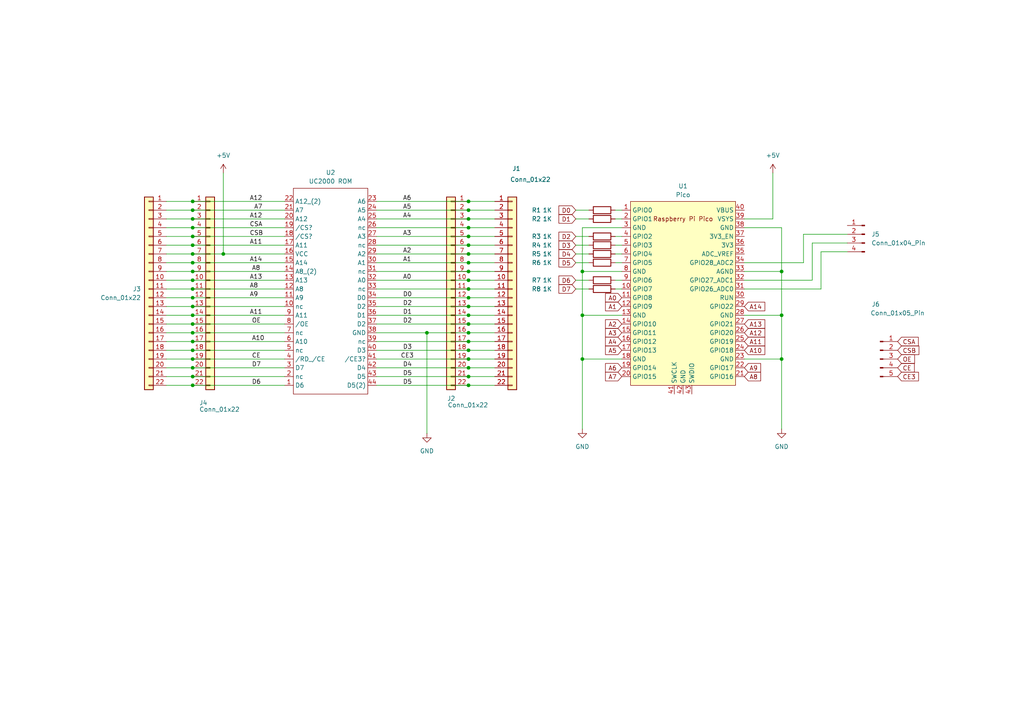
<source format=kicad_sch>
(kicad_sch (version 20250114) (generator "eeschema") (generator_version "9.0")
  (paper "A4")
  (lib_symbols
    (symbol "Connector:Conn_01x04_Pin" (pin_names (offset 1.016) (hide yes))
      (property "Reference" "J" (at 0 5.08 0))
      (property "Value" "Conn_01x04_Pin" (at 0 -7.62 0))
      (symbol "Conn_01x04_Pin_1_1"
        (rectangle (start 0.8636 2.667) (end 0 2.413) (stroke (width 0.1524)) (fill (type outline)))
        (rectangle (start 0.8636 0.127) (end 0 -0.127) (stroke (width 0.1524)) (fill (type outline)))
        (rectangle (start 0.8636 -2.413) (end 0 -2.667) (stroke (width 0.1524)) (fill (type outline)))
        (rectangle (start 0.8636 -4.953) (end 0 -5.207) (stroke (width 0.1524)) (fill (type outline)))
        (polyline (pts (xy 1.27 2.54) (xy 0.8636 2.54)) (stroke (width 0.1524)))
        (polyline (pts (xy 1.27 0) (xy 0.8636 0)) (stroke (width 0.1524)))
        (polyline (pts (xy 1.27 -2.54) (xy 0.8636 -2.54)) (stroke (width 0.1524)))
        (polyline (pts (xy 1.27 -5.08) (xy 0.8636 -5.08)) (stroke (width 0.1524)))
        (pin passive line (at 5.08 2.54 180) (length 3.81) (name "Pin_1") (number "1"))
        (pin passive line (at 5.08 0 180) (length 3.81) (name "Pin_2") (number "2"))
        (pin passive line (at 5.08 -2.54 180) (length 3.81) (name "Pin_3") (number "3"))
        (pin passive line (at 5.08 -5.08 180) (length 3.81) (name "Pin_4") (number "4"))
      )
    )
    (symbol "Connector:Conn_01x05_Pin" (pin_names (offset 1.016) (hide yes))
      (property "Reference" "J" (at 0 7.62 0))
      (property "Value" "Conn_01x05_Pin" (at 0 -7.62 0))
      (symbol "Conn_01x05_Pin_1_1"
        (rectangle (start 0.8636 5.207) (end 0 4.953) (stroke (width 0.1524)) (fill (type outline)))
        (rectangle (start 0.8636 2.667) (end 0 2.413) (stroke (width 0.1524)) (fill (type outline)))
        (rectangle (start 0.8636 0.127) (end 0 -0.127) (stroke (width 0.1524)) (fill (type outline)))
        (rectangle (start 0.8636 -2.413) (end 0 -2.667) (stroke (width 0.1524)) (fill (type outline)))
        (rectangle (start 0.8636 -4.953) (end 0 -5.207) (stroke (width 0.1524)) (fill (type outline)))
        (polyline (pts (xy 1.27 5.08) (xy 0.8636 5.08)) (stroke (width 0.1524)))
        (polyline (pts (xy 1.27 2.54) (xy 0.8636 2.54)) (stroke (width 0.1524)))
        (polyline (pts (xy 1.27 0) (xy 0.8636 0)) (stroke (width 0.1524)))
        (polyline (pts (xy 1.27 -2.54) (xy 0.8636 -2.54)) (stroke (width 0.1524)))
        (polyline (pts (xy 1.27 -5.08) (xy 0.8636 -5.08)) (stroke (width 0.1524)))
        (pin passive line (at 5.08 5.08 180) (length 3.81) (name "Pin_1") (number "1"))
        (pin passive line (at 5.08 2.54 180) (length 3.81) (name "Pin_2") (number "2"))
        (pin passive line (at 5.08 0 180) (length 3.81) (name "Pin_3") (number "3"))
        (pin passive line (at 5.08 -2.54 180) (length 3.81) (name "Pin_4") (number "4"))
        (pin passive line (at 5.08 -5.08 180) (length 3.81) (name "Pin_5") (number "5"))
      )
    )
    (symbol "Connector_Generic:Conn_01x22" (pin_names (offset 1.016) (hide yes))
      (property "Reference" "J" (at 0 27.94 0))
      (property "Value" "Conn_01x22" (at 0 -30.48 0))
      (symbol "Conn_01x22_1_1"
        (rectangle (start -1.27 26.67) (end 1.27 -29.21) (stroke (width 0.254)) (fill (type background)))
        (rectangle (start -1.27 25.527) (end 0 25.273) (stroke (width 0.1524)))
        (rectangle (start -1.27 22.987) (end 0 22.733) (stroke (width 0.1524)))
        (rectangle (start -1.27 20.447) (end 0 20.193) (stroke (width 0.1524)))
        (rectangle (start -1.27 17.907) (end 0 17.653) (stroke (width 0.1524)))
        (rectangle (start -1.27 15.367) (end 0 15.113) (stroke (width 0.1524)))
        (rectangle (start -1.27 12.827) (end 0 12.573) (stroke (width 0.1524)))
        (rectangle (start -1.27 10.287) (end 0 10.033) (stroke (width 0.1524)))
        (rectangle (start -1.27 7.747) (end 0 7.493) (stroke (width 0.1524)))
        (rectangle (start -1.27 5.207) (end 0 4.953) (stroke (width 0.1524)))
        (rectangle (start -1.27 2.667) (end 0 2.413) (stroke (width 0.1524)))
        (rectangle (start -1.27 0.127) (end 0 -0.127) (stroke (width 0.1524)))
        (rectangle (start -1.27 -2.413) (end 0 -2.667) (stroke (width 0.1524)))
        (rectangle (start -1.27 -4.953) (end 0 -5.207) (stroke (width 0.1524)))
        (rectangle (start -1.27 -7.493) (end 0 -7.747) (stroke (width 0.1524)))
        (rectangle (start -1.27 -10.033) (end 0 -10.287) (stroke (width 0.1524)))
        (rectangle (start -1.27 -12.573) (end 0 -12.827) (stroke (width 0.1524)))
        (rectangle (start -1.27 -15.113) (end 0 -15.367) (stroke (width 0.1524)))
        (rectangle (start -1.27 -17.653) (end 0 -17.907) (stroke (width 0.1524)))
        (rectangle (start -1.27 -20.193) (end 0 -20.447) (stroke (width 0.1524)))
        (rectangle (start -1.27 -22.733) (end 0 -22.987) (stroke (width 0.1524)))
        (rectangle (start -1.27 -25.273) (end 0 -25.527) (stroke (width 0.1524)))
        (rectangle (start -1.27 -27.813) (end 0 -28.067) (stroke (width 0.1524)))
        (pin passive line (at -5.08 25.4 0) (length 3.81) (name "Pin_1") (number "1"))
        (pin passive line (at -5.08 22.86 0) (length 3.81) (name "Pin_2") (number "2"))
        (pin passive line (at -5.08 20.32 0) (length 3.81) (name "Pin_3") (number "3"))
        (pin passive line (at -5.08 17.78 0) (length 3.81) (name "Pin_4") (number "4"))
        (pin passive line (at -5.08 15.24 0) (length 3.81) (name "Pin_5") (number "5"))
        (pin passive line (at -5.08 12.7 0) (length 3.81) (name "Pin_6") (number "6"))
        (pin passive line (at -5.08 10.16 0) (length 3.81) (name "Pin_7") (number "7"))
        (pin passive line (at -5.08 7.62 0) (length 3.81) (name "Pin_8") (number "8"))
        (pin passive line (at -5.08 5.08 0) (length 3.81) (name "Pin_9") (number "9"))
        (pin passive line (at -5.08 2.54 0) (length 3.81) (name "Pin_10") (number "10"))
        (pin passive line (at -5.08 0 0) (length 3.81) (name "Pin_11") (number "11"))
        (pin passive line (at -5.08 -2.54 0) (length 3.81) (name "Pin_12") (number "12"))
        (pin passive line (at -5.08 -5.08 0) (length 3.81) (name "Pin_13") (number "13"))
        (pin passive line (at -5.08 -7.62 0) (length 3.81) (name "Pin_14") (number "14"))
        (pin passive line (at -5.08 -10.16 0) (length 3.81) (name "Pin_15") (number "15"))
        (pin passive line (at -5.08 -12.7 0) (length 3.81) (name "Pin_16") (number "16"))
        (pin passive line (at -5.08 -15.24 0) (length 3.81) (name "Pin_17") (number "17"))
        (pin passive line (at -5.08 -17.78 0) (length 3.81) (name "Pin_18") (number "18"))
        (pin passive line (at -5.08 -20.32 0) (length 3.81) (name "Pin_19") (number "19"))
        (pin passive line (at -5.08 -22.86 0) (length 3.81) (name "Pin_20") (number "20"))
        (pin passive line (at -5.08 -25.4 0) (length 3.81) (name "Pin_21") (number "21"))
        (pin passive line (at -5.08 -27.94 0) (length 3.81) (name "Pin_22") (number "22"))
      )
    )
    (symbol "Device:R" (pin_numbers (hide yes)) (pin_names (offset 0))
      (property "Reference" "R" (at 2.032 0 90))
      (property "Value" "R" (at 0 0 90))
      (symbol "R_0_1"
        (rectangle (start -1.016 -2.54) (end 1.016 2.54) (stroke (width 0.254)))
      )
      (symbol "R_1_1"
        (pin passive line (at 0 3.81 270) (length 1.27) (name "~") (number "1"))
        (pin passive line (at 0 -3.81 90) (length 1.27) (name "~") (number "2"))
      )
    )
    (symbol "MCU_RaspberryPi_and_Boards:Pico"
      (property "Reference" "U" (at -13.97 27.94 0))
      (property "Value" "Pico" (at 0 19.05 0))
      (symbol "Pico_0_0"
        (text "Raspberry Pi Pico" (at 0 21.59 0) (effects (font (size 1.27 1.27))))
      )
      (symbol "Pico_0_1"
        (rectangle (start -15.24 26.67) (end 15.24 -26.67) (fill (type background)))
      )
      (symbol "Pico_1_1"
        (pin bidirectional line (at -17.78 24.13 0) (length 2.54) (name "GPIO0") (number "1"))
        (pin bidirectional line (at -17.78 21.59 0) (length 2.54) (name "GPIO1") (number "2"))
        (pin power_in line (at -17.78 19.05 0) (length 2.54) (name "GND") (number "3"))
        (pin bidirectional line (at -17.78 16.51 0) (length 2.54) (name "GPIO2") (number "4"))
        (pin bidirectional line (at -17.78 13.97 0) (length 2.54) (name "GPIO3") (number "5"))
        (pin bidirectional line (at -17.78 11.43 0) (length 2.54) (name "GPIO4") (number "6"))
        (pin bidirectional line (at -17.78 8.89 0) (length 2.54) (name "GPIO5") (number "7"))
        (pin power_in line (at -17.78 6.35 0) (length 2.54) (name "GND") (number "8"))
        (pin bidirectional line (at -17.78 3.81 0) (length 2.54) (name "GPIO6") (number "9"))
        (pin bidirectional line (at -17.78 1.27 0) (length 2.54) (name "GPIO7") (number "10"))
        (pin bidirectional line (at -17.78 -1.27 0) (length 2.54) (name "GPIO8") (number "11"))
        (pin bidirectional line (at -17.78 -3.81 0) (length 2.54) (name "GPIO9") (number "12"))
        (pin power_in line (at -17.78 -6.35 0) (length 2.54) (name "GND") (number "13"))
        (pin bidirectional line (at -17.78 -8.89 0) (length 2.54) (name "GPIO10") (number "14"))
        (pin bidirectional line (at -17.78 -11.43 0) (length 2.54) (name "GPIO11") (number "15"))
        (pin bidirectional line (at -17.78 -13.97 0) (length 2.54) (name "GPIO12") (number "16"))
        (pin bidirectional line (at -17.78 -16.51 0) (length 2.54) (name "GPIO13") (number "17"))
        (pin power_in line (at -17.78 -19.05 0) (length 2.54) (name "GND") (number "18"))
        (pin bidirectional line (at -17.78 -21.59 0) (length 2.54) (name "GPIO14") (number "19"))
        (pin bidirectional line (at -17.78 -24.13 0) (length 2.54) (name "GPIO15") (number "20"))
        (pin input line (at -2.54 -29.21 90) (length 2.54) (name "SWCLK") (number "41"))
        (pin power_in line (at 0 -29.21 90) (length 2.54) (name "GND") (number "42"))
        (pin bidirectional line (at 2.54 -29.21 90) (length 2.54) (name "SWDIO") (number "43"))
        (pin power_in line (at 17.78 24.13 180) (length 2.54) (name "VBUS") (number "40"))
        (pin power_in line (at 17.78 21.59 180) (length 2.54) (name "VSYS") (number "39"))
        (pin bidirectional line (at 17.78 19.05 180) (length 2.54) (name "GND") (number "38"))
        (pin input line (at 17.78 16.51 180) (length 2.54) (name "3V3_EN") (number "37"))
        (pin power_in line (at 17.78 13.97 180) (length 2.54) (name "3V3") (number "36"))
        (pin power_in line (at 17.78 11.43 180) (length 2.54) (name "ADC_VREF") (number "35"))
        (pin bidirectional line (at 17.78 8.89 180) (length 2.54) (name "GPIO28_ADC2") (number "34"))
        (pin power_in line (at 17.78 6.35 180) (length 2.54) (name "AGND") (number "33"))
        (pin bidirectional line (at 17.78 3.81 180) (length 2.54) (name "GPIO27_ADC1") (number "32"))
        (pin bidirectional line (at 17.78 1.27 180) (length 2.54) (name "GPIO26_ADC0") (number "31"))
        (pin input line (at 17.78 -1.27 180) (length 2.54) (name "RUN") (number "30"))
        (pin bidirectional line (at 17.78 -3.81 180) (length 2.54) (name "GPIO22") (number "29"))
        (pin power_in line (at 17.78 -6.35 180) (length 2.54) (name "GND") (number "28"))
        (pin bidirectional line (at 17.78 -8.89 180) (length 2.54) (name "GPIO21") (number "27"))
        (pin bidirectional line (at 17.78 -11.43 180) (length 2.54) (name "GPIO20") (number "26"))
        (pin bidirectional line (at 17.78 -13.97 180) (length 2.54) (name "GPIO19") (number "25"))
        (pin bidirectional line (at 17.78 -16.51 180) (length 2.54) (name "GPIO18") (number "24"))
        (pin power_in line (at 17.78 -19.05 180) (length 2.54) (name "GND") (number "23"))
        (pin bidirectional line (at 17.78 -21.59 180) (length 2.54) (name "GPIO17") (number "22"))
        (pin bidirectional line (at 17.78 -24.13 180) (length 2.54) (name "GPIO16") (number "21"))
      )
    )
    (symbol "ajm_qfp:qfp-44-uc2000-rom"
      (property "Reference" "U" (at 2.54 53.34 0))
      (property "Value" "UC2000 ROM" (at 8.128 51.308 0))
      (symbol "qfp-44-uc2000-rom_0_1"
        (rectangle (start 0 48.26) (end 21.59 -11.43))
      )
      (symbol "qfp-44-uc2000-rom_1_0"
        (pin input line (at -2.54 44.45 0) (length 2.54) (name "A12_(2)") (number "22"))
        (pin input line (at -2.54 41.91 0) (length 2.54) (name "A7") (number "21"))
        (pin input line (at -2.54 39.37 0) (length 2.54) (name "A12") (number "20"))
        (pin input line (at -2.54 36.83 0) (length 2.54) (name "/CS?") (number "19"))
        (pin input line (at -2.54 34.29 0) (length 2.54) (name "/CS?") (number "18"))
        (pin input line (at -2.54 31.75 0) (length 2.54) (name "A11") (number "17"))
        (pin input line (at -2.54 29.21 0) (length 2.54) (name "VCC") (number "16"))
        (pin input line (at -2.54 26.67 0) (length 2.54) (name "A14") (number "15"))
        (pin input line (at -2.54 24.13 0) (length 2.54) (name "A8_(2)") (number "14"))
        (pin input line (at -2.54 21.59 0) (length 2.54) (name "A13") (number "13"))
        (pin input line (at -2.54 19.05 0) (length 2.54) (name "A8") (number "12"))
        (pin input line (at -2.54 16.51 0) (length 2.54) (name "A9") (number "11"))
        (pin input line (at -2.54 13.97 0) (length 2.54) (name "nc") (number "10"))
        (pin input line (at -2.54 11.43 0) (length 2.54) (name "A11") (number "9"))
        (pin input line (at -2.54 8.89 0) (length 2.54) (name "/OE") (number "8"))
        (pin input line (at -2.54 6.35 0) (length 2.54) (name "nc") (number "7"))
        (pin input line (at -2.54 3.81 0) (length 2.54) (name "A10") (number "6"))
        (pin input line (at -2.54 1.27 0) (length 2.54) (name "nc") (number "5"))
        (pin input line (at -2.54 -1.27 0) (length 2.54) (name "/RD_/CE") (number "4"))
        (pin input line (at -2.54 -3.81 0) (length 2.54) (name "D7") (number "3"))
        (pin input line (at 24.13 44.45 180) (length 2.54) (name "A6") (number "23"))
        (pin input line (at 24.13 41.91 180) (length 2.54) (name "A5") (number "24"))
        (pin input line (at 24.13 39.37 180) (length 2.54) (name "A4") (number "25"))
        (pin input line (at 24.13 36.83 180) (length 2.54) (name "nc") (number "26"))
        (pin input line (at 24.13 34.29 180) (length 2.54) (name "A3") (number "27"))
        (pin input line (at 24.13 31.75 180) (length 2.54) (name "nc") (number "28"))
        (pin input line (at 24.13 29.21 180) (length 2.54) (name "A2") (number "29"))
        (pin input line (at 24.13 26.67 180) (length 2.54) (name "A1") (number "30"))
        (pin input line (at 24.13 24.13 180) (length 2.54) (name "nc") (number "31"))
        (pin input line (at 24.13 21.59 180) (length 2.54) (name "A0") (number "32"))
        (pin input line (at 24.13 19.05 180) (length 2.54) (name "nc") (number "33"))
        (pin input line (at 24.13 16.51 180) (length 2.54) (name "D0") (number "34"))
        (pin input line (at 24.13 13.97 180) (length 2.54) (name "D2") (number "35"))
        (pin input line (at 24.13 11.43 180) (length 2.54) (name "D1") (number "36"))
        (pin input line (at 24.13 8.89 180) (length 2.54) (name "D2") (number "37"))
        (pin input line (at 24.13 6.35 180) (length 2.54) (name "GND") (number "38"))
        (pin input line (at 24.13 3.81 180) (length 2.54) (name "nc") (number "39"))
        (pin input line (at 24.13 1.27 180) (length 2.54) (name "D3") (number "40"))
        (pin input line (at 24.13 -1.27 180) (length 2.54) (name "/CE3?") (number "41"))
        (pin input line (at 24.13 -3.81 180) (length 2.54) (name "D4") (number "42"))
        (pin input line (at 24.13 -6.35 180) (length 2.54) (name "D5") (number "43"))
        (pin input line (at 24.13 -8.89 180) (length 2.54) (name "D5(2)") (number "44"))
      )
      (symbol "qfp-44-uc2000-rom_1_1"
        (pin input line (at -2.54 -6.35 0) (length 2.54) (name "nc") (number "2"))
        (pin input line (at -2.54 -8.89 0) (length 2.54) (name "D6") (number "1"))
      )
    )
    (symbol "power:+5V" (power) (pin_numbers (hide yes)) (pin_names (offset 0) (hide yes))
      (property "Value" "+5V" (at 0 3.556 0))
      (symbol "+5V_0_1"
        (polyline (pts (xy -0.762 1.27) (xy 0 2.54)))
        (polyline (pts (xy 0 2.54) (xy 0.762 1.27)))
        (polyline (pts (xy 0 0) (xy 0 2.54)))
      )
      (symbol "+5V_1_1"
        (pin power_in line (at 0 0 90) (length 0) (name "~") (number "1"))
      )
    )
    (symbol "power:GND" (power) (pin_numbers (hide yes)) (pin_names (offset 0) (hide yes))
      (property "Value" "GND" (at 0 -3.81 0))
      (symbol "GND_0_1"
        (polyline (pts (xy 0 0) (xy 0 -1.27) (xy 1.27 -1.27) (xy 0 -2.54) (xy -1.27 -1.27) (xy 0 -1.27)))
      )
      (symbol "GND_1_1"
        (pin power_in line (at 0 0 270) (length 0) (name "~") (number "1"))
      )
    )
  )
  (junction (at 135.89 76.2))
  (junction (at 55.88 93.98))
  (junction (at 135.89 58.42))
  (junction (at 135.89 96.52))
  (junction (at 55.88 78.74))
  (junction (at 135.89 78.74))
  (junction (at 135.89 73.66))
  (junction (at 135.89 106.68))
  (junction (at 135.89 68.58))
  (junction (at 55.88 106.68))
  (junction (at 55.88 71.12))
  (junction (at 55.88 96.52))
  (junction (at 168.91 104.14))
  (junction (at 55.88 99.06))
  (junction (at 123.825 96.52))
  (junction (at 55.88 101.6))
  (junction (at 135.89 104.14))
  (junction (at 55.88 88.9))
  (junction (at 55.88 104.14))
  (junction (at 55.88 86.36))
  (junction (at 64.77 73.66))
  (junction (at 55.88 81.28))
  (junction (at 55.88 68.58))
  (junction (at 135.89 93.98))
  (junction (at 55.88 58.42))
  (junction (at 135.89 63.5))
  (junction (at 168.91 91.44))
  (junction (at 135.89 99.06))
  (junction (at 135.89 101.6))
  (junction (at 55.88 73.66))
  (junction (at 55.88 91.44))
  (junction (at 55.88 60.96))
  (junction (at 55.88 63.5))
  (junction (at 226.695 78.74))
  (junction (at 226.695 91.44))
  (junction (at 55.88 111.76))
  (junction (at 135.89 60.96))
  (junction (at 135.89 71.12))
  (junction (at 135.89 91.44))
  (junction (at 55.88 76.2))
  (junction (at 226.695 104.14))
  (junction (at 135.89 111.76))
  (junction (at 135.89 66.04))
  (junction (at 135.89 109.22))
  (junction (at 55.88 109.22))
  (junction (at 168.91 78.74))
  (junction (at 55.88 66.04))
  (junction (at 55.88 83.82))
  (junction (at 135.89 86.36))
  (junction (at 135.89 81.28))
  (junction (at 135.89 83.82))
  (junction (at 135.89 88.9))
  (wire (pts (xy 180.34 66.04) (xy 168.91 66.04)))
  (wire (pts (xy 143.51 83.82) (xy 135.89 83.82)))
  (wire (pts (xy 143.51 109.22) (xy 135.89 109.22)))
  (wire (pts (xy 55.88 93.98) (xy 82.55 93.98)))
  (wire (pts (xy 135.89 96.52) (xy 123.825 96.52)))
  (wire (pts (xy 215.9 91.44) (xy 226.695 91.44)))
  (wire (pts (xy 238.125 73.025) (xy 245.745 73.025)))
  (wire (pts (xy 55.88 86.36) (xy 82.55 86.36)))
  (wire (pts (xy 48.26 99.06) (xy 55.88 99.06)))
  (wire (pts (xy 48.26 71.12) (xy 55.88 71.12)))
  (wire (pts (xy 135.89 63.5) (xy 109.22 63.5)))
  (wire (pts (xy 226.695 104.14) (xy 226.695 124.46)))
  (wire (pts (xy 235.585 81.28) (xy 235.585 70.485)))
  (wire (pts (xy 135.89 88.9) (xy 109.22 88.9)))
  (wire (pts (xy 143.51 66.04) (xy 135.89 66.04)))
  (wire (pts (xy 215.9 66.04) (xy 226.695 66.04)))
  (wire (pts (xy 64.77 50.165) (xy 64.77 73.66)))
  (wire (pts (xy 215.9 76.2) (xy 233.045 76.2)))
  (wire (pts (xy 48.26 58.42) (xy 55.88 58.42)))
  (wire (pts (xy 238.125 83.82) (xy 238.125 73.025)))
  (wire (pts (xy 55.88 96.52) (xy 82.55 96.52)))
  (wire (pts (xy 135.89 101.6) (xy 109.22 101.6)))
  (wire (pts (xy 55.88 104.14) (xy 82.55 104.14)))
  (wire (pts (xy 143.51 86.36) (xy 135.89 86.36)))
  (wire (pts (xy 55.88 66.04) (xy 82.55 66.04)))
  (wire (pts (xy 143.51 81.28) (xy 135.89 81.28)))
  (wire (pts (xy 135.89 91.44) (xy 109.22 91.44)))
  (wire (pts (xy 48.26 104.14) (xy 55.88 104.14)))
  (wire (pts (xy 167.005 60.96) (xy 170.815 60.96)))
  (wire (pts (xy 135.89 71.12) (xy 109.22 71.12)))
  (wire (pts (xy 135.89 106.68) (xy 109.22 106.68)))
  (wire (pts (xy 215.9 104.14) (xy 226.695 104.14)))
  (wire (pts (xy 55.88 63.5) (xy 82.55 63.5)))
  (wire (pts (xy 143.51 104.14) (xy 135.89 104.14)))
  (wire (pts (xy 178.435 76.2) (xy 180.34 76.2)))
  (wire (pts (xy 123.825 96.52) (xy 123.825 125.73)))
  (wire (pts (xy 48.26 88.9) (xy 55.88 88.9)))
  (wire (pts (xy 48.26 76.2) (xy 55.88 76.2)))
  (wire (pts (xy 143.51 78.74) (xy 135.89 78.74)))
  (wire (pts (xy 167.005 63.5) (xy 170.815 63.5)))
  (wire (pts (xy 135.89 76.2) (xy 109.22 76.2)))
  (wire (pts (xy 123.825 96.52) (xy 109.22 96.52)))
  (wire (pts (xy 55.88 58.42) (xy 82.55 58.42)))
  (wire (pts (xy 135.89 86.36) (xy 109.22 86.36)))
  (wire (pts (xy 55.88 109.22) (xy 82.55 109.22)))
  (wire (pts (xy 178.435 63.5) (xy 180.34 63.5)))
  (wire (pts (xy 167.005 81.28) (xy 170.815 81.28)))
  (wire (pts (xy 55.88 91.44) (xy 82.55 91.44)))
  (wire (pts (xy 55.88 106.68) (xy 82.55 106.68)))
  (wire (pts (xy 48.26 86.36) (xy 55.88 86.36)))
  (wire (pts (xy 135.89 109.22) (xy 109.22 109.22)))
  (wire (pts (xy 135.89 111.76) (xy 109.22 111.76)))
  (wire (pts (xy 233.045 67.945) (xy 245.745 67.945)))
  (wire (pts (xy 55.88 101.6) (xy 82.55 101.6)))
  (wire (pts (xy 178.435 81.28) (xy 180.34 81.28)))
  (wire (pts (xy 55.88 83.82) (xy 82.55 83.82)))
  (wire (pts (xy 55.88 73.66) (xy 64.77 73.66)))
  (wire (pts (xy 135.89 78.74) (xy 109.22 78.74)))
  (wire (pts (xy 143.51 93.98) (xy 135.89 93.98)))
  (wire (pts (xy 143.51 76.2) (xy 135.89 76.2)))
  (wire (pts (xy 168.91 78.74) (xy 168.91 91.44)))
  (wire (pts (xy 143.51 111.76) (xy 135.89 111.76)))
  (wire (pts (xy 55.88 60.96) (xy 82.55 60.96)))
  (wire (pts (xy 143.51 71.12) (xy 135.89 71.12)))
  (wire (pts (xy 135.89 104.14) (xy 109.22 104.14)))
  (wire (pts (xy 48.26 63.5) (xy 55.88 63.5)))
  (wire (pts (xy 178.435 60.96) (xy 180.34 60.96)))
  (wire (pts (xy 48.26 78.74) (xy 55.88 78.74)))
  (wire (pts (xy 167.005 76.2) (xy 170.815 76.2)))
  (wire (pts (xy 178.435 71.12) (xy 180.34 71.12)))
  (wire (pts (xy 168.91 104.14) (xy 180.34 104.14)))
  (wire (pts (xy 143.51 60.96) (xy 135.89 60.96)))
  (wire (pts (xy 55.88 81.28) (xy 82.55 81.28)))
  (wire (pts (xy 48.26 73.66) (xy 55.88 73.66)))
  (wire (pts (xy 215.9 78.74) (xy 226.695 78.74)))
  (wire (pts (xy 167.005 73.66) (xy 170.815 73.66)))
  (wire (pts (xy 143.51 99.06) (xy 135.89 99.06)))
  (wire (pts (xy 48.26 68.58) (xy 55.88 68.58)))
  (wire (pts (xy 215.9 63.5) (xy 224.155 63.5)))
  (wire (pts (xy 143.51 91.44) (xy 135.89 91.44)))
  (wire (pts (xy 135.89 99.06) (xy 109.22 99.06)))
  (wire (pts (xy 55.88 68.58) (xy 82.55 68.58)))
  (wire (pts (xy 48.26 109.22) (xy 55.88 109.22)))
  (wire (pts (xy 235.585 70.485) (xy 245.745 70.485)))
  (wire (pts (xy 135.89 68.58) (xy 109.22 68.58)))
  (wire (pts (xy 215.9 81.28) (xy 235.585 81.28)))
  (wire (pts (xy 135.89 73.66) (xy 109.22 73.66)))
  (wire (pts (xy 143.51 106.68) (xy 135.89 106.68)))
  (wire (pts (xy 168.91 78.74) (xy 180.34 78.74)))
  (wire (pts (xy 167.005 68.58) (xy 170.815 68.58)))
  (wire (pts (xy 178.435 68.58) (xy 180.34 68.58)))
  (wire (pts (xy 135.89 81.28) (xy 109.22 81.28)))
  (wire (pts (xy 143.51 73.66) (xy 135.89 73.66)))
  (wire (pts (xy 48.26 96.52) (xy 55.88 96.52)))
  (wire (pts (xy 167.005 83.82) (xy 170.815 83.82)))
  (wire (pts (xy 167.005 71.12) (xy 170.815 71.12)))
  (wire (pts (xy 135.89 66.04) (xy 109.22 66.04)))
  (wire (pts (xy 48.26 101.6) (xy 55.88 101.6)))
  (wire (pts (xy 143.51 58.42) (xy 135.89 58.42)))
  (wire (pts (xy 55.88 78.74) (xy 82.55 78.74)))
  (wire (pts (xy 143.51 88.9) (xy 135.89 88.9)))
  (wire (pts (xy 55.88 71.12) (xy 82.55 71.12)))
  (wire (pts (xy 135.89 60.96) (xy 109.22 60.96)))
  (wire (pts (xy 215.9 83.82) (xy 238.125 83.82)))
  (wire (pts (xy 48.26 106.68) (xy 55.88 106.68)))
  (wire (pts (xy 48.26 83.82) (xy 55.88 83.82)))
  (wire (pts (xy 48.26 81.28) (xy 55.88 81.28)))
  (wire (pts (xy 135.89 83.82) (xy 109.22 83.82)))
  (wire (pts (xy 178.435 83.82) (xy 180.34 83.82)))
  (wire (pts (xy 55.88 76.2) (xy 82.55 76.2)))
  (wire (pts (xy 48.26 66.04) (xy 55.88 66.04)))
  (wire (pts (xy 178.435 73.66) (xy 180.34 73.66)))
  (wire (pts (xy 226.695 66.04) (xy 226.695 78.74)))
  (wire (pts (xy 135.89 58.42) (xy 109.22 58.42)))
  (wire (pts (xy 48.26 111.76) (xy 55.88 111.76)))
  (wire (pts (xy 48.26 91.44) (xy 55.88 91.44)))
  (wire (pts (xy 143.51 101.6) (xy 135.89 101.6)))
  (wire (pts (xy 224.155 63.5) (xy 224.155 50.165)))
  (wire (pts (xy 226.695 78.74) (xy 226.695 91.44)))
  (wire (pts (xy 55.88 99.06) (xy 82.55 99.06)))
  (wire (pts (xy 168.91 91.44) (xy 168.91 104.14)))
  (wire (pts (xy 143.51 96.52) (xy 135.89 96.52)))
  (wire (pts (xy 168.91 91.44) (xy 180.34 91.44)))
  (wire (pts (xy 55.88 88.9) (xy 82.55 88.9)))
  (wire (pts (xy 168.91 104.14) (xy 168.91 124.46)))
  (wire (pts (xy 135.89 93.98) (xy 109.22 93.98)))
  (wire (pts (xy 64.77 73.66) (xy 82.55 73.66)))
  (wire (pts (xy 233.045 76.2) (xy 233.045 67.945)))
  (wire (pts (xy 143.51 63.5) (xy 135.89 63.5)))
  (wire (pts (xy 143.51 68.58) (xy 135.89 68.58)))
  (wire (pts (xy 48.26 60.96) (xy 55.88 60.96)))
  (wire (pts (xy 168.91 66.04) (xy 168.91 78.74)))
  (wire (pts (xy 226.695 91.44) (xy 226.695 104.14)))
  (wire (pts (xy 48.26 93.98) (xy 55.88 93.98)))
  (wire (pts (xy 55.88 111.76) (xy 82.55 111.76)))
  (label "A6" (at 116.84 58.42 0))
  (label "A2" (at 116.84 73.66 0))
  (label "D1" (at 116.84 91.44 0))
  (label "A13" (at 72.39 81.28 0))
  (label "A1" (at 116.84 76.2 0))
  (label "A0" (at 116.84 81.28 0))
  (label "A8" (at 72.39 83.82 0))
  (label "A12" (at 72.39 63.5 0))
  (label "A5" (at 116.84 60.96 0))
  (label "A7" (at 73.66 60.96 0))
  (label "A12" (at 72.39 58.42 0))
  (label "A8" (at 73.025 78.74 0))
  (label "A9" (at 72.39 86.36 0))
  (label "OE" (at 73.025 93.98 0))
  (label "A11" (at 72.39 91.44 0))
  (label "A3" (at 116.84 68.58 0))
  (label "CE3" (at 116.205 104.14 0))
  (label "A10" (at 73.025 99.06 0))
  (label "CSB" (at 72.39 68.58 0))
  (label "A4" (at 116.84 63.5 0))
  (label "D2" (at 116.84 93.98 0))
  (label "D7" (at 73.025 106.68 0))
  (label "D3" (at 116.84 101.6 0))
  (label "CE" (at 73.025 104.14 0))
  (label "A14" (at 72.39 76.2 0))
  (label "D2" (at 116.84 88.9 0))
  (label "D5" (at 116.84 111.76 0))
  (label "D4" (at 116.84 106.68 0))
  (label "D6" (at 73.025 111.76 0))
  (label "CSA" (at 72.39 66.04 0))
  (label "A11" (at 72.39 71.12 0))
  (label "D0" (at 116.84 86.36 0))
  (label "D5" (at 116.84 109.22 0))
  (global_label "A3" (shape input) (at 180.34 96.52 180) (property "Intersheetrefs" "${INTERSHEET_REFS}" (effects (hide yes))))
  (global_label "D7" (shape input) (at 167.005 83.82 180) (property "Intersheetrefs" "${INTERSHEET_REFS}" (effects (hide yes))))
  (global_label "A0" (shape input) (at 180.34 86.36 180) (property "Intersheetrefs" "${INTERSHEET_REFS}" (effects (hide yes))))
  (global_label "A14" (shape input) (at 215.9 88.9 0) (property "Intersheetrefs" "${INTERSHEET_REFS}" (effects (hide yes))))
  (global_label "D6" (shape input) (at 167.005 81.28 180) (property "Intersheetrefs" "${INTERSHEET_REFS}" (effects (hide yes))))
  (global_label "D5" (shape input) (at 167.005 76.2 180) (property "Intersheetrefs" "${INTERSHEET_REFS}" (effects (hide yes))))
  (global_label "OE" (shape input) (at 260.35 104.14 0) (property "Intersheetrefs" "${INTERSHEET_REFS}" (effects (hide yes))))
  (global_label "D0" (shape input) (at 167.005 60.96 180) (property "Intersheetrefs" "${INTERSHEET_REFS}" (effects (hide yes))))
  (global_label "D2" (shape input) (at 167.005 68.58 180) (property "Intersheetrefs" "${INTERSHEET_REFS}" (effects (hide yes))))
  (global_label "A5" (shape input) (at 180.34 101.6 180) (property "Intersheetrefs" "${INTERSHEET_REFS}" (effects (hide yes))))
  (global_label "D4" (shape input) (at 167.005 73.66 180) (property "Intersheetrefs" "${INTERSHEET_REFS}" (effects (hide yes))))
  (global_label "A10" (shape input) (at 215.9 101.6 0) (property "Intersheetrefs" "${INTERSHEET_REFS}" (effects (hide yes))))
  (global_label "CE" (shape input) (at 260.35 106.68 0) (property "Intersheetrefs" "${INTERSHEET_REFS}" (effects (hide yes))))
  (global_label "A13" (shape input) (at 215.9 93.98 0) (property "Intersheetrefs" "${INTERSHEET_REFS}" (effects (hide yes))))
  (global_label "A7" (shape input) (at 180.34 109.22 180) (property "Intersheetrefs" "${INTERSHEET_REFS}" (effects (hide yes))))
  (global_label "A2" (shape input) (at 180.34 93.98 180) (property "Intersheetrefs" "${INTERSHEET_REFS}" (effects (hide yes))))
  (global_label "CSB" (shape input) (at 260.35 101.6 0) (property "Intersheetrefs" "${INTERSHEET_REFS}" (effects (hide yes))))
  (global_label "D1" (shape input) (at 167.005 63.5 180) (property "Intersheetrefs" "${INTERSHEET_REFS}" (effects (hide yes))))
  (global_label "A4" (shape input) (at 180.34 99.06 180) (property "Intersheetrefs" "${INTERSHEET_REFS}" (effects (hide yes))))
  (global_label "D3" (shape input) (at 167.005 71.12 180) (property "Intersheetrefs" "${INTERSHEET_REFS}" (effects (hide yes))))
  (global_label "CE3" (shape input) (at 260.35 109.22 0) (property "Intersheetrefs" "${INTERSHEET_REFS}" (effects (hide yes))))
  (global_label "A9" (shape input) (at 215.9 106.68 0) (property "Intersheetrefs" "${INTERSHEET_REFS}" (effects (hide yes))))
  (global_label "A12" (shape input) (at 215.9 96.52 0) (property "Intersheetrefs" "${INTERSHEET_REFS}" (effects (hide yes))))
  (global_label "A8" (shape input) (at 215.9 109.22 0) (property "Intersheetrefs" "${INTERSHEET_REFS}" (effects (hide yes))))
  (global_label "A6" (shape input) (at 180.34 106.68 180) (property "Intersheetrefs" "${INTERSHEET_REFS}" (effects (hide yes))))
  (global_label "CSA" (shape input) (at 260.35 99.06 0) (property "Intersheetrefs" "${INTERSHEET_REFS}" (effects (hide yes))))
  (global_label "A11" (shape input) (at 215.9 99.06 0) (property "Intersheetrefs" "${INTERSHEET_REFS}" (effects (hide yes))))
  (global_label "A1" (shape input) (at 180.34 88.9 180) (property "Intersheetrefs" "${INTERSHEET_REFS}" (effects (hide yes))))
  (symbol (lib_id "Device:R") (at 174.625 63.5 90) (unit 1)
    (property "Reference" "R2" (at 155.575 63.5 90))
    (property "Value" "1K" (at 158.75 63.5 90))
    (property "Footprint" "Resistor_SMD:R_0805_2012Metric_Pad1.20x1.40mm_HandSolder" (effects (hide yes)))
    (property "Description" "Resistor" (effects (hide yes)))
  )
  (symbol (lib_id "power:GND") (at 168.91 124.46 0) (unit 1)
    (property "Reference" "#PWR03" (effects (hide yes)))
    (property "Value" "GND" (at 168.91 129.54 0))
    (property "Description" "Power symbol creates a global label with name \"GND\" , ground" (effects (hide yes)))
  )
  (symbol (lib_id "Device:R") (at 174.625 81.28 90) (unit 1)
    (property "Reference" "R7" (at 155.575 81.28 90))
    (property "Value" "1K" (at 158.75 81.28 90))
    (property "Footprint" "Resistor_SMD:R_0805_2012Metric_Pad1.20x1.40mm_HandSolder" (effects (hide yes)))
    (property "Description" "Resistor" (effects (hide yes)))
  )
  (symbol (lib_id "Connector_Generic:Conn_01x22") (at 148.59 83.82 0) (unit 1)
    (property "Reference" "J1" (at 148.59 48.895 0) (effects (justify left)))
    (property "Value" "Conn_01x22" (at 147.955 52.07 0) (effects (justify left)))
    (property "Footprint" "Connector_PinHeader_2.54mm:PinHeader_1x22_P2.54mm_Vertical" (effects (hide yes)))
    (property "Description" "Generic connector, single row, 01x22, script generated (kicad-library-utils/schlib/autogen/connector/)" (effects (hide yes)))
  )
  (symbol (lib_id "Device:R") (at 174.625 73.66 90) (unit 1)
    (property "Reference" "R5" (at 155.575 73.66 90))
    (property "Value" "1K" (at 158.75 73.66 90))
    (property "Footprint" "Resistor_SMD:R_0805_2012Metric_Pad1.20x1.40mm_HandSolder" (effects (hide yes)))
    (property "Description" "Resistor" (effects (hide yes)))
  )
  (symbol (lib_id "power:+5V") (at 64.77 50.165 0) (unit 1)
    (property "Reference" "#PWR01" (effects (hide yes)))
    (property "Value" "+5V" (at 64.77 45.085 0))
    (property "Description" "Power symbol creates a global label with name \"+5V\"" (effects (hide yes)))
  )
  (symbol (lib_id "Device:R") (at 174.625 76.2 90) (unit 1)
    (property "Reference" "R6" (at 155.575 76.2 90))
    (property "Value" "1K" (at 158.75 76.2 90))
    (property "Footprint" "Resistor_SMD:R_0805_2012Metric_Pad1.20x1.40mm_HandSolder" (effects (hide yes)))
    (property "Description" "Resistor" (effects (hide yes)))
  )
  (symbol (lib_id "Device:R") (at 174.625 83.82 90) (unit 1)
    (property "Reference" "R8" (at 155.575 83.82 90))
    (property "Value" "1K" (at 158.75 83.82 90))
    (property "Footprint" "Resistor_SMD:R_0805_2012Metric_Pad1.20x1.40mm_HandSolder" (effects (hide yes)))
    (property "Description" "Resistor" (effects (hide yes)))
  )
  (symbol (lib_id "Connector:Conn_01x05_Pin") (at 255.27 104.14 0) (unit 1)
    (property "Reference" "J6" (at 254 88.265 0))
    (property "Value" "Conn_01x05_Pin" (at 260.35 90.805 0))
    (property "Footprint" "Connector_PinHeader_2.54mm:PinHeader_1x05_P2.54mm_Vertical" (effects (hide yes)))
    (property "Description" "Generic connector, single row, 01x05, script generated" (effects (hide yes)))
  )
  (symbol (lib_id "ajm_qfp:qfp-44-uc2000-rom") (at 85.09 102.87 0) (unit 1)
    (property "Reference" "U2" (at 95.885 50.038 0))
    (property "Value" "UC2000 ROM" (at 95.885 52.578 0))
    (property "Footprint" "ajm-qfp-44-1_0mm_pitch:qfp-44-1_0_pitch" (effects (hide yes)))
  )
  (symbol (lib_id "Connector_Generic:Conn_01x22") (at 60.96 83.82 0) (unit 1)
    (property "Reference" "J4" (at 57.785 116.84 0) (effects (justify left)))
    (property "Value" "Conn_01x22" (at 57.785 118.745 0) (effects (justify left)))
    (property "Footprint" "Connector_PinHeader_2.54mm:PinHeader_1x22_P2.54mm_Vertical" (effects (hide yes)))
    (property "Description" "Generic connector, single row, 01x22, script generated (kicad-library-utils/schlib/autogen/connector/)" (effects (hide yes)))
  )
  (symbol (lib_id "Device:R") (at 174.625 71.12 90) (unit 1)
    (property "Reference" "R4" (at 155.575 71.12 90))
    (property "Value" "1K" (at 158.75 71.12 90))
    (property "Footprint" "Resistor_SMD:R_0805_2012Metric_Pad1.20x1.40mm_HandSolder" (effects (hide yes)))
    (property "Description" "Resistor" (effects (hide yes)))
  )
  (symbol (lib_id "Connector:Conn_01x04_Pin") (at 250.825 67.945 0) (mirror y) (unit 1)
    (property "Reference" "J5" (at 252.73 67.9449 0) (effects (justify right)))
    (property "Value" "Conn_01x04_Pin" (at 252.73 70.4849 0) (effects (justify right)))
    (property "Footprint" "Connector_PinHeader_2.54mm:PinHeader_1x04_P2.54mm_Vertical" (effects (hide yes)))
    (property "Description" "Generic connector, single row, 01x04, script generated" (effects (hide yes)))
  )
  (symbol (lib_id "power:+5V") (at 224.155 50.165 0) (unit 1)
    (property "Reference" "#PWR05" (effects (hide yes)))
    (property "Value" "+5V" (at 224.155 45.085 0))
    (property "Description" "Power symbol creates a global label with name \"+5V\"" (effects (hide yes)))
  )
  (symbol (lib_id "Connector_Generic:Conn_01x22") (at 43.18 83.82 0) (mirror y) (unit 1)
    (property "Reference" "J3" (at 40.894 83.8199 0) (effects (justify left)))
    (property "Value" "Conn_01x22" (at 40.894 86.3599 0) (effects (justify left)))
    (property "Footprint" "Connector_PinHeader_2.54mm:PinHeader_1x22_P2.54mm_Vertical" (effects (hide yes)))
    (property "Description" "Generic connector, single row, 01x22, script generated (kicad-library-utils/schlib/autogen/connector/)" (effects (hide yes)))
  )
  (symbol (lib_id "MCU_RaspberryPi_and_Boards:Pico") (at 198.12 85.09 0) (unit 1)
    (property "Reference" "U1" (at 198.12 53.975 0))
    (property "Value" "Pico" (at 198.12 56.515 0))
    (property "Footprint" "MCU_RaspberryPi_and_Boards:RPi_Pico_SMD_TH" (effects (hide yes)))
  )
  (symbol (lib_id "Connector_Generic:Conn_01x22") (at 130.81 83.82 0) (mirror y) (unit 1)
    (property "Reference" "J2" (at 132.08 115.57 0) (effects (justify left)))
    (property "Value" "Conn_01x22" (at 141.605 117.475 0) (effects (justify left)))
    (property "Footprint" "Connector_PinHeader_2.54mm:PinHeader_1x22_P2.54mm_Vertical" (effects (hide yes)))
    (property "Description" "Generic connector, single row, 01x22, script generated (kicad-library-utils/schlib/autogen/connector/)" (effects (hide yes)))
  )
  (symbol (lib_id "power:GND") (at 123.825 125.73 0) (unit 1)
    (property "Reference" "#PWR02" (effects (hide yes)))
    (property "Value" "GND" (at 123.825 130.81 0))
    (property "Description" "Power symbol creates a global label with name \"GND\" , ground" (effects (hide yes)))
  )
  (symbol (lib_id "power:GND") (at 226.695 124.46 0) (unit 1)
    (property "Reference" "#PWR04" (effects (hide yes)))
    (property "Value" "GND" (at 226.695 129.54 0))
    (property "Description" "Power symbol creates a global label with name \"GND\" , ground" (effects (hide yes)))
  )
  (symbol (lib_id "Device:R") (at 174.625 60.96 90) (unit 1)
    (property "Reference" "R1" (at 155.575 60.96 90))
    (property "Value" "1K" (at 158.75 60.96 90))
    (property "Footprint" "Resistor_SMD:R_0805_2012Metric_Pad1.20x1.40mm_HandSolder" (effects (hide yes)))
    (property "Description" "Resistor" (effects (hide yes)))
  )
  (symbol (lib_id "Device:R") (at 174.625 68.58 90) (unit 1)
    (property "Reference" "R3" (at 155.575 68.58 90))
    (property "Value" "1K" (at 158.75 68.58 90))
    (property "Footprint" "Resistor_SMD:R_0805_2012Metric_Pad1.20x1.40mm_HandSolder" (effects (hide yes)))
    (property "Description" "Resistor" (effects (hide yes)))
  )
)
</source>
